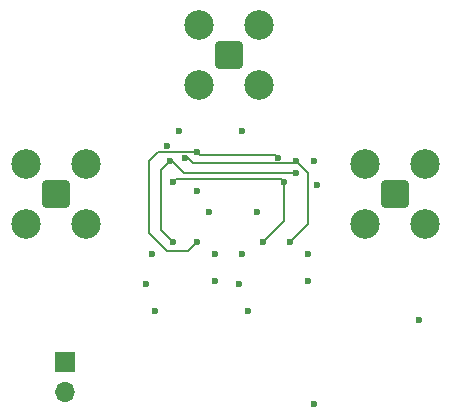
<source format=gbr>
%TF.GenerationSoftware,KiCad,Pcbnew,8.0.1*%
%TF.CreationDate,2024-04-11T15:41:11-05:00*%
%TF.ProjectId,TS3A5017-Mixer,54533341-3530-4313-972d-4d697865722e,rev?*%
%TF.SameCoordinates,Original*%
%TF.FileFunction,Copper,L4,Bot*%
%TF.FilePolarity,Positive*%
%FSLAX46Y46*%
G04 Gerber Fmt 4.6, Leading zero omitted, Abs format (unit mm)*
G04 Created by KiCad (PCBNEW 8.0.1) date 2024-04-11 15:41:11*
%MOMM*%
%LPD*%
G01*
G04 APERTURE LIST*
G04 Aperture macros list*
%AMRoundRect*
0 Rectangle with rounded corners*
0 $1 Rounding radius*
0 $2 $3 $4 $5 $6 $7 $8 $9 X,Y pos of 4 corners*
0 Add a 4 corners polygon primitive as box body*
4,1,4,$2,$3,$4,$5,$6,$7,$8,$9,$2,$3,0*
0 Add four circle primitives for the rounded corners*
1,1,$1+$1,$2,$3*
1,1,$1+$1,$4,$5*
1,1,$1+$1,$6,$7*
1,1,$1+$1,$8,$9*
0 Add four rect primitives between the rounded corners*
20,1,$1+$1,$2,$3,$4,$5,0*
20,1,$1+$1,$4,$5,$6,$7,0*
20,1,$1+$1,$6,$7,$8,$9,0*
20,1,$1+$1,$8,$9,$2,$3,0*%
G04 Aperture macros list end*
%TA.AperFunction,ComponentPad*%
%ADD10RoundRect,0.200100X0.949900X-0.949900X0.949900X0.949900X-0.949900X0.949900X-0.949900X-0.949900X0*%
%TD*%
%TA.AperFunction,ComponentPad*%
%ADD11C,2.500000*%
%TD*%
%TA.AperFunction,ComponentPad*%
%ADD12R,1.700000X1.700000*%
%TD*%
%TA.AperFunction,ComponentPad*%
%ADD13O,1.700000X1.700000*%
%TD*%
%TA.AperFunction,ComponentPad*%
%ADD14RoundRect,0.200100X-0.949900X-0.949900X0.949900X-0.949900X0.949900X0.949900X-0.949900X0.949900X0*%
%TD*%
%TA.AperFunction,ComponentPad*%
%ADD15RoundRect,0.200100X-0.949900X0.949900X-0.949900X-0.949900X0.949900X-0.949900X0.949900X0.949900X0*%
%TD*%
%TA.AperFunction,ViaPad*%
%ADD16C,0.600000*%
%TD*%
%TA.AperFunction,Conductor*%
%ADD17C,0.156464*%
%TD*%
%TA.AperFunction,Conductor*%
%ADD18C,0.200000*%
%TD*%
G04 APERTURE END LIST*
D10*
%TO.P,J3,1,In*%
%TO.N,CLK1*%
X131821220Y-89915385D03*
D11*
%TO.P,J3,2,Ext*%
%TO.N,GND*%
X129281220Y-92455385D03*
X134361220Y-92455385D03*
X129281220Y-87375385D03*
X134361220Y-87375385D03*
%TD*%
D12*
%TO.P,J4,1,Pin_1*%
%TO.N,/3.3V*%
X132588000Y-104140000D03*
D13*
%TO.P,J4,2,Pin_2*%
%TO.N,GND*%
X132588000Y-106680000D03*
%TD*%
D14*
%TO.P,J1,1,In*%
%TO.N,RF-In*%
X146501153Y-78155632D03*
D11*
%TO.P,J1,2,Ext*%
%TO.N,GND*%
X143961153Y-75615632D03*
X143961153Y-80695632D03*
X149041153Y-75615632D03*
X149041153Y-80695632D03*
%TD*%
D15*
%TO.P,J2,1,In*%
%TO.N,CLK0*%
X160589122Y-89936874D03*
D11*
%TO.P,J2,2,Ext*%
%TO.N,GND*%
X163129122Y-87396874D03*
X158049122Y-87396874D03*
X163129122Y-92476874D03*
X158049122Y-92476874D03*
%TD*%
D16*
%TO.N,/3.3V*%
X144780000Y-91440000D03*
X139446000Y-97536000D03*
X147320000Y-97536000D03*
%TO.N,GND*%
X153670000Y-107696000D03*
X153670000Y-87122000D03*
X153924000Y-89154000D03*
X153162000Y-94996000D03*
X147574000Y-84582000D03*
X141224000Y-85852000D03*
X142240000Y-84582000D03*
X145288000Y-97282000D03*
X153162000Y-97282000D03*
X147574000Y-94996000D03*
X139954000Y-94996000D03*
X148082000Y-99822000D03*
X162560000Y-100584000D03*
X148844000Y-91440000D03*
X143764000Y-89662000D03*
X140208000Y-99822000D03*
X145288000Y-94996000D03*
%TO.N,/Q-Pos*%
X143764000Y-86360000D03*
X150622000Y-86868000D03*
X143764000Y-93980000D03*
%TO.N,/I-Neg*%
X149352000Y-93980000D03*
X141732000Y-88900000D03*
X151130000Y-88900000D03*
%TO.N,/Q-Neg*%
X152146000Y-88138000D03*
X141732000Y-93980000D03*
X141478000Y-87122000D03*
%TO.N,/I-Pos*%
X152146000Y-87122000D03*
X142748000Y-86868000D03*
X151638000Y-93980000D03*
%TD*%
D17*
%TO.N,/Q-Pos*%
X143002000Y-94742000D02*
X143764000Y-93980000D01*
D18*
X143764000Y-86360000D02*
X144026000Y-86622000D01*
D17*
X141224000Y-94742000D02*
X143002000Y-94742000D01*
D18*
X150376000Y-86622000D02*
X150622000Y-86868000D01*
D17*
X140462000Y-86360000D02*
X139700000Y-87122000D01*
X139700000Y-93218000D02*
X141224000Y-94742000D01*
D18*
X144026000Y-86622000D02*
X150376000Y-86622000D01*
D17*
X143764000Y-86360000D02*
X140462000Y-86360000D01*
X139700000Y-87122000D02*
X139700000Y-93218000D01*
%TO.N,/I-Neg*%
X151130000Y-92202000D02*
X151130000Y-88900000D01*
X141986000Y-88646000D02*
X150876000Y-88646000D01*
X149352000Y-93980000D02*
X151130000Y-92202000D01*
X150876000Y-88646000D02*
X151130000Y-88900000D01*
X141732000Y-88900000D02*
X141986000Y-88646000D01*
%TO.N,/Q-Neg*%
X140716000Y-87884000D02*
X141478000Y-87122000D01*
X141646323Y-87122000D02*
X142662323Y-88138000D01*
X141732000Y-93980000D02*
X140716000Y-92964000D01*
X142662323Y-88138000D02*
X152146000Y-88138000D01*
X141478000Y-87122000D02*
X141646323Y-87122000D01*
X140716000Y-92964000D02*
X140716000Y-87884000D01*
D18*
%TO.N,/I-Pos*%
X142748000Y-86868000D02*
X143002000Y-86868000D01*
X143002000Y-86868000D02*
X143502000Y-87368000D01*
D17*
X152146000Y-87122000D02*
X153162000Y-88138000D01*
D18*
X143502000Y-87368000D02*
X151900000Y-87368000D01*
D17*
X153162000Y-88138000D02*
X153162000Y-92456000D01*
X153162000Y-92456000D02*
X151638000Y-93980000D01*
D18*
X151900000Y-87368000D02*
X152146000Y-87122000D01*
%TD*%
M02*

</source>
